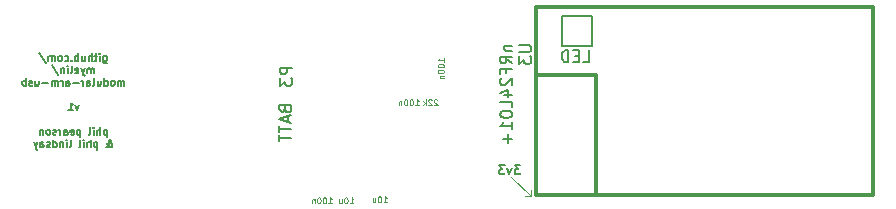
<source format=gbo>
G04 #@! TF.FileFunction,Legend,Bot*
%FSLAX46Y46*%
G04 Gerber Fmt 4.6, Leading zero omitted, Abs format (unit mm)*
G04 Created by KiCad (PCBNEW (2015-01-02 BZR 5348)-product) date 1/14/2015 2:26:51 AM*
%MOMM*%
G01*
G04 APERTURE LIST*
%ADD10C,0.150000*%
%ADD11C,0.152400*%
%ADD12C,0.100000*%
%ADD13C,0.304800*%
%ADD14C,0.109220*%
%ADD15C,0.203200*%
G04 APERTURE END LIST*
D10*
D11*
X117438042Y-97301414D02*
X116966328Y-97301414D01*
X117220328Y-97591700D01*
X117111470Y-97591700D01*
X117038899Y-97627986D01*
X117002613Y-97664271D01*
X116966328Y-97736843D01*
X116966328Y-97918271D01*
X117002613Y-97990843D01*
X117038899Y-98027129D01*
X117111470Y-98063414D01*
X117329185Y-98063414D01*
X117401756Y-98027129D01*
X117438042Y-97990843D01*
X116712328Y-97555414D02*
X116530899Y-98063414D01*
X116349471Y-97555414D01*
X116131757Y-97301414D02*
X115660043Y-97301414D01*
X115914043Y-97591700D01*
X115805185Y-97591700D01*
X115732614Y-97627986D01*
X115696328Y-97664271D01*
X115660043Y-97736843D01*
X115660043Y-97918271D01*
X115696328Y-97990843D01*
X115732614Y-98027129D01*
X115805185Y-98063414D01*
X116022900Y-98063414D01*
X116095471Y-98027129D01*
X116131757Y-97990843D01*
D12*
X118359700Y-99941200D02*
X117877100Y-99941200D01*
X118359700Y-99357000D02*
X118359700Y-99941200D01*
X116670600Y-98252100D02*
X118359700Y-99941200D01*
D11*
X82149582Y-88044929D02*
X82149582Y-88558976D01*
X82179820Y-88619452D01*
X82210058Y-88649690D01*
X82270534Y-88679929D01*
X82361248Y-88679929D01*
X82421725Y-88649690D01*
X82149582Y-88438024D02*
X82210058Y-88468262D01*
X82331010Y-88468262D01*
X82391486Y-88438024D01*
X82421725Y-88407786D01*
X82451963Y-88347310D01*
X82451963Y-88165881D01*
X82421725Y-88105405D01*
X82391486Y-88075167D01*
X82331010Y-88044929D01*
X82210058Y-88044929D01*
X82149582Y-88075167D01*
X81847201Y-88468262D02*
X81847201Y-88044929D01*
X81847201Y-87833262D02*
X81877439Y-87863500D01*
X81847201Y-87893738D01*
X81816962Y-87863500D01*
X81847201Y-87833262D01*
X81847201Y-87893738D01*
X81635534Y-88044929D02*
X81393629Y-88044929D01*
X81544820Y-87833262D02*
X81544820Y-88377548D01*
X81514581Y-88438024D01*
X81454105Y-88468262D01*
X81393629Y-88468262D01*
X81181963Y-88468262D02*
X81181963Y-87833262D01*
X80909820Y-88468262D02*
X80909820Y-88135643D01*
X80940058Y-88075167D01*
X81000534Y-88044929D01*
X81091248Y-88044929D01*
X81151724Y-88075167D01*
X81181963Y-88105405D01*
X80335296Y-88044929D02*
X80335296Y-88468262D01*
X80607439Y-88044929D02*
X80607439Y-88377548D01*
X80577200Y-88438024D01*
X80516724Y-88468262D01*
X80426010Y-88468262D01*
X80365534Y-88438024D01*
X80335296Y-88407786D01*
X80032915Y-88468262D02*
X80032915Y-87833262D01*
X80032915Y-88075167D02*
X79972438Y-88044929D01*
X79851486Y-88044929D01*
X79791010Y-88075167D01*
X79760772Y-88105405D01*
X79730534Y-88165881D01*
X79730534Y-88347310D01*
X79760772Y-88407786D01*
X79791010Y-88438024D01*
X79851486Y-88468262D01*
X79972438Y-88468262D01*
X80032915Y-88438024D01*
X79458391Y-88407786D02*
X79428152Y-88438024D01*
X79458391Y-88468262D01*
X79488629Y-88438024D01*
X79458391Y-88407786D01*
X79458391Y-88468262D01*
X78883867Y-88438024D02*
X78944343Y-88468262D01*
X79065295Y-88468262D01*
X79125771Y-88438024D01*
X79156010Y-88407786D01*
X79186248Y-88347310D01*
X79186248Y-88165881D01*
X79156010Y-88105405D01*
X79125771Y-88075167D01*
X79065295Y-88044929D01*
X78944343Y-88044929D01*
X78883867Y-88075167D01*
X78521009Y-88468262D02*
X78581485Y-88438024D01*
X78611724Y-88407786D01*
X78641962Y-88347310D01*
X78641962Y-88165881D01*
X78611724Y-88105405D01*
X78581485Y-88075167D01*
X78521009Y-88044929D01*
X78430295Y-88044929D01*
X78369819Y-88075167D01*
X78339581Y-88105405D01*
X78309343Y-88165881D01*
X78309343Y-88347310D01*
X78339581Y-88407786D01*
X78369819Y-88438024D01*
X78430295Y-88468262D01*
X78521009Y-88468262D01*
X78037200Y-88468262D02*
X78037200Y-88044929D01*
X78037200Y-88105405D02*
X78006961Y-88075167D01*
X77946485Y-88044929D01*
X77855771Y-88044929D01*
X77795295Y-88075167D01*
X77765057Y-88135643D01*
X77765057Y-88468262D01*
X77765057Y-88135643D02*
X77734819Y-88075167D01*
X77674342Y-88044929D01*
X77583628Y-88044929D01*
X77523152Y-88075167D01*
X77492914Y-88135643D01*
X77492914Y-88468262D01*
X76736961Y-87803024D02*
X77281247Y-88619452D01*
X81348272Y-89509662D02*
X81348272Y-89086329D01*
X81348272Y-89146805D02*
X81318033Y-89116567D01*
X81257557Y-89086329D01*
X81166843Y-89086329D01*
X81106367Y-89116567D01*
X81076129Y-89177043D01*
X81076129Y-89509662D01*
X81076129Y-89177043D02*
X81045891Y-89116567D01*
X80985414Y-89086329D01*
X80894700Y-89086329D01*
X80834224Y-89116567D01*
X80803986Y-89177043D01*
X80803986Y-89509662D01*
X80562081Y-89086329D02*
X80410890Y-89509662D01*
X80259700Y-89086329D02*
X80410890Y-89509662D01*
X80471366Y-89660852D01*
X80501605Y-89691090D01*
X80562081Y-89721329D01*
X79775890Y-89479424D02*
X79836366Y-89509662D01*
X79957318Y-89509662D01*
X80017795Y-89479424D01*
X80048033Y-89418948D01*
X80048033Y-89177043D01*
X80017795Y-89116567D01*
X79957318Y-89086329D01*
X79836366Y-89086329D01*
X79775890Y-89116567D01*
X79745652Y-89177043D01*
X79745652Y-89237519D01*
X80048033Y-89297995D01*
X79382794Y-89509662D02*
X79443270Y-89479424D01*
X79473509Y-89418948D01*
X79473509Y-88874662D01*
X79140890Y-89509662D02*
X79140890Y-89086329D01*
X79140890Y-88874662D02*
X79171128Y-88904900D01*
X79140890Y-88935138D01*
X79110651Y-88904900D01*
X79140890Y-88874662D01*
X79140890Y-88935138D01*
X78838509Y-89086329D02*
X78838509Y-89509662D01*
X78838509Y-89146805D02*
X78808270Y-89116567D01*
X78747794Y-89086329D01*
X78657080Y-89086329D01*
X78596604Y-89116567D01*
X78566366Y-89177043D01*
X78566366Y-89509662D01*
X77810413Y-88844424D02*
X78354699Y-89660852D01*
X83933629Y-90551062D02*
X83933629Y-90127729D01*
X83933629Y-90188205D02*
X83903390Y-90157967D01*
X83842914Y-90127729D01*
X83752200Y-90127729D01*
X83691724Y-90157967D01*
X83661486Y-90218443D01*
X83661486Y-90551062D01*
X83661486Y-90218443D02*
X83631248Y-90157967D01*
X83570771Y-90127729D01*
X83480057Y-90127729D01*
X83419581Y-90157967D01*
X83389343Y-90218443D01*
X83389343Y-90551062D01*
X82996247Y-90551062D02*
X83056723Y-90520824D01*
X83086962Y-90490586D01*
X83117200Y-90430110D01*
X83117200Y-90248681D01*
X83086962Y-90188205D01*
X83056723Y-90157967D01*
X82996247Y-90127729D01*
X82905533Y-90127729D01*
X82845057Y-90157967D01*
X82814819Y-90188205D01*
X82784581Y-90248681D01*
X82784581Y-90430110D01*
X82814819Y-90490586D01*
X82845057Y-90520824D01*
X82905533Y-90551062D01*
X82996247Y-90551062D01*
X82240295Y-90551062D02*
X82240295Y-89916062D01*
X82240295Y-90520824D02*
X82300771Y-90551062D01*
X82421723Y-90551062D01*
X82482199Y-90520824D01*
X82512438Y-90490586D01*
X82542676Y-90430110D01*
X82542676Y-90248681D01*
X82512438Y-90188205D01*
X82482199Y-90157967D01*
X82421723Y-90127729D01*
X82300771Y-90127729D01*
X82240295Y-90157967D01*
X81665771Y-90127729D02*
X81665771Y-90551062D01*
X81937914Y-90127729D02*
X81937914Y-90460348D01*
X81907675Y-90520824D01*
X81847199Y-90551062D01*
X81756485Y-90551062D01*
X81696009Y-90520824D01*
X81665771Y-90490586D01*
X81272675Y-90551062D02*
X81333151Y-90520824D01*
X81363390Y-90460348D01*
X81363390Y-89916062D01*
X80758628Y-90551062D02*
X80758628Y-90218443D01*
X80788866Y-90157967D01*
X80849342Y-90127729D01*
X80970294Y-90127729D01*
X81030771Y-90157967D01*
X80758628Y-90520824D02*
X80819104Y-90551062D01*
X80970294Y-90551062D01*
X81030771Y-90520824D01*
X81061009Y-90460348D01*
X81061009Y-90399871D01*
X81030771Y-90339395D01*
X80970294Y-90309157D01*
X80819104Y-90309157D01*
X80758628Y-90278919D01*
X80456247Y-90551062D02*
X80456247Y-90127729D01*
X80456247Y-90248681D02*
X80426008Y-90188205D01*
X80395770Y-90157967D01*
X80335294Y-90127729D01*
X80274818Y-90127729D01*
X80063152Y-90309157D02*
X79579342Y-90309157D01*
X79004819Y-90551062D02*
X79004819Y-90218443D01*
X79035057Y-90157967D01*
X79095533Y-90127729D01*
X79216485Y-90127729D01*
X79276962Y-90157967D01*
X79004819Y-90520824D02*
X79065295Y-90551062D01*
X79216485Y-90551062D01*
X79276962Y-90520824D01*
X79307200Y-90460348D01*
X79307200Y-90399871D01*
X79276962Y-90339395D01*
X79216485Y-90309157D01*
X79065295Y-90309157D01*
X79004819Y-90278919D01*
X78702438Y-90551062D02*
X78702438Y-90127729D01*
X78702438Y-90248681D02*
X78672199Y-90188205D01*
X78641961Y-90157967D01*
X78581485Y-90127729D01*
X78521009Y-90127729D01*
X78309343Y-90551062D02*
X78309343Y-90127729D01*
X78309343Y-90188205D02*
X78279104Y-90157967D01*
X78218628Y-90127729D01*
X78127914Y-90127729D01*
X78067438Y-90157967D01*
X78037200Y-90218443D01*
X78037200Y-90551062D01*
X78037200Y-90218443D02*
X78006962Y-90157967D01*
X77946485Y-90127729D01*
X77855771Y-90127729D01*
X77795295Y-90157967D01*
X77765057Y-90218443D01*
X77765057Y-90551062D01*
X77462676Y-90309157D02*
X76978866Y-90309157D01*
X76404343Y-90127729D02*
X76404343Y-90551062D01*
X76676486Y-90127729D02*
X76676486Y-90460348D01*
X76646247Y-90520824D01*
X76585771Y-90551062D01*
X76495057Y-90551062D01*
X76434581Y-90520824D01*
X76404343Y-90490586D01*
X76132200Y-90520824D02*
X76071723Y-90551062D01*
X75950771Y-90551062D01*
X75890295Y-90520824D01*
X75860057Y-90460348D01*
X75860057Y-90430110D01*
X75890295Y-90369633D01*
X75950771Y-90339395D01*
X76041485Y-90339395D01*
X76101962Y-90309157D01*
X76132200Y-90248681D01*
X76132200Y-90218443D01*
X76101962Y-90157967D01*
X76041485Y-90127729D01*
X75950771Y-90127729D01*
X75890295Y-90157967D01*
X75587914Y-90551062D02*
X75587914Y-89916062D01*
X75587914Y-90157967D02*
X75527437Y-90127729D01*
X75406485Y-90127729D01*
X75346009Y-90157967D01*
X75315771Y-90188205D01*
X75285533Y-90248681D01*
X75285533Y-90430110D01*
X75315771Y-90490586D01*
X75346009Y-90520824D01*
X75406485Y-90551062D01*
X75527437Y-90551062D01*
X75587914Y-90520824D01*
X80078272Y-92210529D02*
X79927081Y-92633862D01*
X79775891Y-92210529D01*
X79201366Y-92633862D02*
X79564224Y-92633862D01*
X79382795Y-92633862D02*
X79382795Y-91998862D01*
X79443271Y-92089576D01*
X79503747Y-92150052D01*
X79564224Y-92180290D01*
X82482201Y-94293329D02*
X82482201Y-94928329D01*
X82482201Y-94323567D02*
X82421724Y-94293329D01*
X82300772Y-94293329D01*
X82240296Y-94323567D01*
X82210058Y-94353805D01*
X82179820Y-94414281D01*
X82179820Y-94595710D01*
X82210058Y-94656186D01*
X82240296Y-94686424D01*
X82300772Y-94716662D01*
X82421724Y-94716662D01*
X82482201Y-94686424D01*
X81907677Y-94716662D02*
X81907677Y-94081662D01*
X81635534Y-94716662D02*
X81635534Y-94384043D01*
X81665772Y-94323567D01*
X81726248Y-94293329D01*
X81816962Y-94293329D01*
X81877438Y-94323567D01*
X81907677Y-94353805D01*
X81333153Y-94716662D02*
X81333153Y-94293329D01*
X81333153Y-94081662D02*
X81363391Y-94111900D01*
X81333153Y-94142138D01*
X81302914Y-94111900D01*
X81333153Y-94081662D01*
X81333153Y-94142138D01*
X80940057Y-94716662D02*
X81000533Y-94686424D01*
X81030772Y-94625948D01*
X81030772Y-94081662D01*
X80214343Y-94293329D02*
X80214343Y-94928329D01*
X80214343Y-94323567D02*
X80153866Y-94293329D01*
X80032914Y-94293329D01*
X79972438Y-94323567D01*
X79942200Y-94353805D01*
X79911962Y-94414281D01*
X79911962Y-94595710D01*
X79942200Y-94656186D01*
X79972438Y-94686424D01*
X80032914Y-94716662D01*
X80153866Y-94716662D01*
X80214343Y-94686424D01*
X79397914Y-94686424D02*
X79458390Y-94716662D01*
X79579342Y-94716662D01*
X79639819Y-94686424D01*
X79670057Y-94625948D01*
X79670057Y-94384043D01*
X79639819Y-94323567D01*
X79579342Y-94293329D01*
X79458390Y-94293329D01*
X79397914Y-94323567D01*
X79367676Y-94384043D01*
X79367676Y-94444519D01*
X79670057Y-94504995D01*
X78823390Y-94716662D02*
X78823390Y-94384043D01*
X78853628Y-94323567D01*
X78914104Y-94293329D01*
X79035056Y-94293329D01*
X79095533Y-94323567D01*
X78823390Y-94686424D02*
X78883866Y-94716662D01*
X79035056Y-94716662D01*
X79095533Y-94686424D01*
X79125771Y-94625948D01*
X79125771Y-94565471D01*
X79095533Y-94504995D01*
X79035056Y-94474757D01*
X78883866Y-94474757D01*
X78823390Y-94444519D01*
X78521009Y-94716662D02*
X78521009Y-94293329D01*
X78521009Y-94414281D02*
X78490770Y-94353805D01*
X78460532Y-94323567D01*
X78400056Y-94293329D01*
X78339580Y-94293329D01*
X78158152Y-94686424D02*
X78097675Y-94716662D01*
X77976723Y-94716662D01*
X77916247Y-94686424D01*
X77886009Y-94625948D01*
X77886009Y-94595710D01*
X77916247Y-94535233D01*
X77976723Y-94504995D01*
X78067437Y-94504995D01*
X78127914Y-94474757D01*
X78158152Y-94414281D01*
X78158152Y-94384043D01*
X78127914Y-94323567D01*
X78067437Y-94293329D01*
X77976723Y-94293329D01*
X77916247Y-94323567D01*
X77523151Y-94716662D02*
X77583627Y-94686424D01*
X77613866Y-94656186D01*
X77644104Y-94595710D01*
X77644104Y-94414281D01*
X77613866Y-94353805D01*
X77583627Y-94323567D01*
X77523151Y-94293329D01*
X77432437Y-94293329D01*
X77371961Y-94323567D01*
X77341723Y-94353805D01*
X77311485Y-94414281D01*
X77311485Y-94595710D01*
X77341723Y-94656186D01*
X77371961Y-94686424D01*
X77432437Y-94716662D01*
X77523151Y-94716662D01*
X77039342Y-94293329D02*
X77039342Y-94716662D01*
X77039342Y-94353805D02*
X77009103Y-94323567D01*
X76948627Y-94293329D01*
X76857913Y-94293329D01*
X76797437Y-94323567D01*
X76767199Y-94384043D01*
X76767199Y-94716662D01*
X82406606Y-95758062D02*
X82436844Y-95758062D01*
X82497320Y-95727824D01*
X82588034Y-95637110D01*
X82739225Y-95455681D01*
X82799701Y-95364967D01*
X82829939Y-95274252D01*
X82829939Y-95213776D01*
X82799701Y-95153300D01*
X82739225Y-95123062D01*
X82708987Y-95123062D01*
X82648511Y-95153300D01*
X82618273Y-95213776D01*
X82618273Y-95244014D01*
X82648511Y-95304490D01*
X82678749Y-95334729D01*
X82860177Y-95455681D01*
X82890415Y-95485919D01*
X82920654Y-95546395D01*
X82920654Y-95637110D01*
X82890415Y-95697586D01*
X82860177Y-95727824D01*
X82799701Y-95758062D01*
X82708987Y-95758062D01*
X82648511Y-95727824D01*
X82618273Y-95697586D01*
X82527558Y-95576633D01*
X82497320Y-95485919D01*
X82497320Y-95425443D01*
X81650654Y-95334729D02*
X81650654Y-95969729D01*
X81650654Y-95364967D02*
X81590177Y-95334729D01*
X81469225Y-95334729D01*
X81408749Y-95364967D01*
X81378511Y-95395205D01*
X81348273Y-95455681D01*
X81348273Y-95637110D01*
X81378511Y-95697586D01*
X81408749Y-95727824D01*
X81469225Y-95758062D01*
X81590177Y-95758062D01*
X81650654Y-95727824D01*
X81076130Y-95758062D02*
X81076130Y-95123062D01*
X80803987Y-95758062D02*
X80803987Y-95425443D01*
X80834225Y-95364967D01*
X80894701Y-95334729D01*
X80985415Y-95334729D01*
X81045891Y-95364967D01*
X81076130Y-95395205D01*
X80501606Y-95758062D02*
X80501606Y-95334729D01*
X80501606Y-95123062D02*
X80531844Y-95153300D01*
X80501606Y-95183538D01*
X80471367Y-95153300D01*
X80501606Y-95123062D01*
X80501606Y-95183538D01*
X80108510Y-95758062D02*
X80168986Y-95727824D01*
X80199225Y-95667348D01*
X80199225Y-95123062D01*
X79292081Y-95758062D02*
X79352557Y-95727824D01*
X79382796Y-95667348D01*
X79382796Y-95123062D01*
X79050177Y-95758062D02*
X79050177Y-95334729D01*
X79050177Y-95123062D02*
X79080415Y-95153300D01*
X79050177Y-95183538D01*
X79019938Y-95153300D01*
X79050177Y-95123062D01*
X79050177Y-95183538D01*
X78747796Y-95334729D02*
X78747796Y-95758062D01*
X78747796Y-95395205D02*
X78717557Y-95364967D01*
X78657081Y-95334729D01*
X78566367Y-95334729D01*
X78505891Y-95364967D01*
X78475653Y-95425443D01*
X78475653Y-95758062D01*
X77901129Y-95758062D02*
X77901129Y-95123062D01*
X77901129Y-95727824D02*
X77961605Y-95758062D01*
X78082557Y-95758062D01*
X78143033Y-95727824D01*
X78173272Y-95697586D01*
X78203510Y-95637110D01*
X78203510Y-95455681D01*
X78173272Y-95395205D01*
X78143033Y-95364967D01*
X78082557Y-95334729D01*
X77961605Y-95334729D01*
X77901129Y-95364967D01*
X77628986Y-95727824D02*
X77568509Y-95758062D01*
X77447557Y-95758062D01*
X77387081Y-95727824D01*
X77356843Y-95667348D01*
X77356843Y-95637110D01*
X77387081Y-95576633D01*
X77447557Y-95546395D01*
X77538271Y-95546395D01*
X77598748Y-95516157D01*
X77628986Y-95455681D01*
X77628986Y-95425443D01*
X77598748Y-95364967D01*
X77538271Y-95334729D01*
X77447557Y-95334729D01*
X77387081Y-95364967D01*
X76812557Y-95758062D02*
X76812557Y-95425443D01*
X76842795Y-95364967D01*
X76903271Y-95334729D01*
X77024223Y-95334729D01*
X77084700Y-95364967D01*
X76812557Y-95727824D02*
X76873033Y-95758062D01*
X77024223Y-95758062D01*
X77084700Y-95727824D01*
X77114938Y-95667348D01*
X77114938Y-95606871D01*
X77084700Y-95546395D01*
X77024223Y-95516157D01*
X76873033Y-95516157D01*
X76812557Y-95485919D01*
X76570652Y-95334729D02*
X76419461Y-95758062D01*
X76268271Y-95334729D02*
X76419461Y-95758062D01*
X76479937Y-95909252D01*
X76510176Y-95939490D01*
X76570652Y-95969729D01*
D13*
X118760000Y-89620000D02*
X118760000Y-83905000D01*
X118760000Y-83905000D02*
X147335000Y-83905000D01*
X147335000Y-83905000D02*
X147335000Y-99780000D01*
X147335000Y-99780000D02*
X123840000Y-99780000D01*
X123840000Y-99780000D02*
X123840000Y-89620000D01*
X123840000Y-89620000D02*
X118760000Y-89620000D01*
X118760000Y-89620000D02*
X118760000Y-99780000D01*
X118760000Y-99780000D02*
X123840000Y-99780000D01*
D10*
X121014000Y-87165000D02*
X121014000Y-84625000D01*
X121014000Y-84625000D02*
X123554000Y-84625000D01*
X123554000Y-84625000D02*
X123554000Y-87165000D01*
X123554000Y-87165000D02*
X121014000Y-87165000D01*
D14*
X101209948Y-100526362D02*
X101495880Y-100526362D01*
X101352914Y-100526362D02*
X101352914Y-100025982D01*
X101400569Y-100097465D01*
X101448224Y-100145120D01*
X101495880Y-100168948D01*
X100900189Y-100025982D02*
X100852534Y-100025982D01*
X100804879Y-100049810D01*
X100781051Y-100073638D01*
X100757224Y-100121293D01*
X100733396Y-100216603D01*
X100733396Y-100335741D01*
X100757224Y-100431052D01*
X100781051Y-100478707D01*
X100804879Y-100502535D01*
X100852534Y-100526362D01*
X100900189Y-100526362D01*
X100947845Y-100502535D01*
X100971672Y-100478707D01*
X100995500Y-100431052D01*
X101019328Y-100335741D01*
X101019328Y-100216603D01*
X100995500Y-100121293D01*
X100971672Y-100073638D01*
X100947845Y-100049810D01*
X100900189Y-100025982D01*
X100423637Y-100025982D02*
X100375982Y-100025982D01*
X100328327Y-100049810D01*
X100304499Y-100073638D01*
X100280672Y-100121293D01*
X100256844Y-100216603D01*
X100256844Y-100335741D01*
X100280672Y-100431052D01*
X100304499Y-100478707D01*
X100328327Y-100502535D01*
X100375982Y-100526362D01*
X100423637Y-100526362D01*
X100471293Y-100502535D01*
X100495120Y-100478707D01*
X100518948Y-100431052D01*
X100542776Y-100335741D01*
X100542776Y-100216603D01*
X100518948Y-100121293D01*
X100495120Y-100073638D01*
X100471293Y-100049810D01*
X100423637Y-100025982D01*
X100042396Y-100192776D02*
X100042396Y-100526362D01*
X100042396Y-100240431D02*
X100018568Y-100216603D01*
X99970913Y-100192776D01*
X99899430Y-100192776D01*
X99851775Y-100216603D01*
X99827947Y-100264259D01*
X99827947Y-100526362D01*
X108559948Y-92226362D02*
X108845880Y-92226362D01*
X108702914Y-92226362D02*
X108702914Y-91725982D01*
X108750569Y-91797465D01*
X108798224Y-91845120D01*
X108845880Y-91868948D01*
X108250189Y-91725982D02*
X108202534Y-91725982D01*
X108154879Y-91749810D01*
X108131051Y-91773638D01*
X108107224Y-91821293D01*
X108083396Y-91916603D01*
X108083396Y-92035741D01*
X108107224Y-92131052D01*
X108131051Y-92178707D01*
X108154879Y-92202535D01*
X108202534Y-92226362D01*
X108250189Y-92226362D01*
X108297845Y-92202535D01*
X108321672Y-92178707D01*
X108345500Y-92131052D01*
X108369328Y-92035741D01*
X108369328Y-91916603D01*
X108345500Y-91821293D01*
X108321672Y-91773638D01*
X108297845Y-91749810D01*
X108250189Y-91725982D01*
X107773637Y-91725982D02*
X107725982Y-91725982D01*
X107678327Y-91749810D01*
X107654499Y-91773638D01*
X107630672Y-91821293D01*
X107606844Y-91916603D01*
X107606844Y-92035741D01*
X107630672Y-92131052D01*
X107654499Y-92178707D01*
X107678327Y-92202535D01*
X107725982Y-92226362D01*
X107773637Y-92226362D01*
X107821293Y-92202535D01*
X107845120Y-92178707D01*
X107868948Y-92131052D01*
X107892776Y-92035741D01*
X107892776Y-91916603D01*
X107868948Y-91821293D01*
X107845120Y-91773638D01*
X107821293Y-91749810D01*
X107773637Y-91725982D01*
X107392396Y-91892776D02*
X107392396Y-92226362D01*
X107392396Y-91940431D02*
X107368568Y-91916603D01*
X107320913Y-91892776D01*
X107249430Y-91892776D01*
X107201775Y-91916603D01*
X107177947Y-91964259D01*
X107177947Y-92226362D01*
X110976362Y-88540052D02*
X110976362Y-88254120D01*
X110976362Y-88397086D02*
X110475982Y-88397086D01*
X110547465Y-88349431D01*
X110595120Y-88301776D01*
X110618948Y-88254120D01*
X110475982Y-88849811D02*
X110475982Y-88897466D01*
X110499810Y-88945121D01*
X110523638Y-88968949D01*
X110571293Y-88992776D01*
X110666603Y-89016604D01*
X110785741Y-89016604D01*
X110881052Y-88992776D01*
X110928707Y-88968949D01*
X110952535Y-88945121D01*
X110976362Y-88897466D01*
X110976362Y-88849811D01*
X110952535Y-88802155D01*
X110928707Y-88778328D01*
X110881052Y-88754500D01*
X110785741Y-88730672D01*
X110666603Y-88730672D01*
X110571293Y-88754500D01*
X110523638Y-88778328D01*
X110499810Y-88802155D01*
X110475982Y-88849811D01*
X110475982Y-89326363D02*
X110475982Y-89374018D01*
X110499810Y-89421673D01*
X110523638Y-89445501D01*
X110571293Y-89469328D01*
X110666603Y-89493156D01*
X110785741Y-89493156D01*
X110881052Y-89469328D01*
X110928707Y-89445501D01*
X110952535Y-89421673D01*
X110976362Y-89374018D01*
X110976362Y-89326363D01*
X110952535Y-89278707D01*
X110928707Y-89254880D01*
X110881052Y-89231052D01*
X110785741Y-89207224D01*
X110666603Y-89207224D01*
X110571293Y-89231052D01*
X110523638Y-89254880D01*
X110499810Y-89278707D01*
X110475982Y-89326363D01*
X110642776Y-89707604D02*
X110976362Y-89707604D01*
X110690431Y-89707604D02*
X110666603Y-89731432D01*
X110642776Y-89779087D01*
X110642776Y-89850570D01*
X110666603Y-89898225D01*
X110714259Y-89922053D01*
X110976362Y-89922053D01*
X103021672Y-100526362D02*
X103307604Y-100526362D01*
X103164638Y-100526362D02*
X103164638Y-100025982D01*
X103212293Y-100097465D01*
X103259948Y-100145120D01*
X103307604Y-100168948D01*
X102711913Y-100025982D02*
X102664258Y-100025982D01*
X102616603Y-100049810D01*
X102592775Y-100073638D01*
X102568948Y-100121293D01*
X102545120Y-100216603D01*
X102545120Y-100335741D01*
X102568948Y-100431052D01*
X102592775Y-100478707D01*
X102616603Y-100502535D01*
X102664258Y-100526362D01*
X102711913Y-100526362D01*
X102759569Y-100502535D01*
X102783396Y-100478707D01*
X102807224Y-100431052D01*
X102831052Y-100335741D01*
X102831052Y-100216603D01*
X102807224Y-100121293D01*
X102783396Y-100073638D01*
X102759569Y-100049810D01*
X102711913Y-100025982D01*
X102116223Y-100192776D02*
X102116223Y-100526362D01*
X102330672Y-100192776D02*
X102330672Y-100454880D01*
X102306844Y-100502535D01*
X102259189Y-100526362D01*
X102187706Y-100526362D01*
X102140051Y-100502535D01*
X102116223Y-100478707D01*
X105871672Y-100426362D02*
X106157604Y-100426362D01*
X106014638Y-100426362D02*
X106014638Y-99925982D01*
X106062293Y-99997465D01*
X106109948Y-100045120D01*
X106157604Y-100068948D01*
X105561913Y-99925982D02*
X105514258Y-99925982D01*
X105466603Y-99949810D01*
X105442775Y-99973638D01*
X105418948Y-100021293D01*
X105395120Y-100116603D01*
X105395120Y-100235741D01*
X105418948Y-100331052D01*
X105442775Y-100378707D01*
X105466603Y-100402535D01*
X105514258Y-100426362D01*
X105561913Y-100426362D01*
X105609569Y-100402535D01*
X105633396Y-100378707D01*
X105657224Y-100331052D01*
X105681052Y-100235741D01*
X105681052Y-100116603D01*
X105657224Y-100021293D01*
X105633396Y-99973638D01*
X105609569Y-99949810D01*
X105561913Y-99925982D01*
X104966223Y-100092776D02*
X104966223Y-100426362D01*
X105180672Y-100092776D02*
X105180672Y-100354880D01*
X105156844Y-100402535D01*
X105109189Y-100426362D01*
X105037706Y-100426362D01*
X104990051Y-100402535D01*
X104966223Y-100378707D01*
D10*
X98136481Y-89030405D02*
X97136481Y-89030405D01*
X97136481Y-89411358D01*
X97184100Y-89506596D01*
X97231719Y-89554215D01*
X97326957Y-89601834D01*
X97469814Y-89601834D01*
X97565052Y-89554215D01*
X97612671Y-89506596D01*
X97660290Y-89411358D01*
X97660290Y-89030405D01*
X97136481Y-89935167D02*
X97136481Y-90554215D01*
X97517433Y-90220881D01*
X97517433Y-90363739D01*
X97565052Y-90458977D01*
X97612671Y-90506596D01*
X97707910Y-90554215D01*
X97946005Y-90554215D01*
X98041243Y-90506596D01*
X98088862Y-90458977D01*
X98136481Y-90363739D01*
X98136481Y-90078024D01*
X98088862Y-89982786D01*
X98041243Y-89935167D01*
X97536471Y-92561053D02*
X97584090Y-92703910D01*
X97631710Y-92751529D01*
X97726948Y-92799148D01*
X97869805Y-92799148D01*
X97965043Y-92751529D01*
X98012662Y-92703910D01*
X98060281Y-92608672D01*
X98060281Y-92227719D01*
X97060281Y-92227719D01*
X97060281Y-92561053D01*
X97107900Y-92656291D01*
X97155519Y-92703910D01*
X97250757Y-92751529D01*
X97345995Y-92751529D01*
X97441233Y-92703910D01*
X97488852Y-92656291D01*
X97536471Y-92561053D01*
X97536471Y-92227719D01*
X97774567Y-93180100D02*
X97774567Y-93656291D01*
X98060281Y-93084862D02*
X97060281Y-93418195D01*
X98060281Y-93751529D01*
X97060281Y-93942005D02*
X97060281Y-94513434D01*
X98060281Y-94227719D02*
X97060281Y-94227719D01*
X97060281Y-94703910D02*
X97060281Y-95275339D01*
X98060281Y-94989624D02*
X97060281Y-94989624D01*
D14*
X110421777Y-91764638D02*
X110397949Y-91740810D01*
X110350294Y-91716982D01*
X110231156Y-91716982D01*
X110183500Y-91740810D01*
X110159673Y-91764638D01*
X110135845Y-91812293D01*
X110135845Y-91859948D01*
X110159673Y-91931431D01*
X110445604Y-92217362D01*
X110135845Y-92217362D01*
X109945225Y-91764638D02*
X109921397Y-91740810D01*
X109873742Y-91716982D01*
X109754604Y-91716982D01*
X109706948Y-91740810D01*
X109683121Y-91764638D01*
X109659293Y-91812293D01*
X109659293Y-91859948D01*
X109683121Y-91931431D01*
X109969052Y-92217362D01*
X109659293Y-92217362D01*
X109444845Y-92217362D02*
X109444845Y-91716982D01*
X109397190Y-92026741D02*
X109254224Y-92217362D01*
X109254224Y-91883776D02*
X109444845Y-92074397D01*
D15*
X117371519Y-87114805D02*
X118193995Y-87114805D01*
X118290757Y-87163186D01*
X118339138Y-87211567D01*
X118387519Y-87308329D01*
X118387519Y-87501852D01*
X118339138Y-87598614D01*
X118290757Y-87646995D01*
X118193995Y-87695376D01*
X117371519Y-87695376D01*
X117371519Y-88082424D02*
X117371519Y-88711376D01*
X117758567Y-88372710D01*
X117758567Y-88517852D01*
X117806948Y-88614614D01*
X117855329Y-88662995D01*
X117952090Y-88711376D01*
X118193995Y-88711376D01*
X118290757Y-88662995D01*
X118339138Y-88614614D01*
X118387519Y-88517852D01*
X118387519Y-88227567D01*
X118339138Y-88130805D01*
X118290757Y-88082424D01*
X116084586Y-87181329D02*
X116761919Y-87181329D01*
X116181348Y-87181329D02*
X116132967Y-87229710D01*
X116084586Y-87326472D01*
X116084586Y-87471614D01*
X116132967Y-87568376D01*
X116229729Y-87616757D01*
X116761919Y-87616757D01*
X116761919Y-88681138D02*
X116278110Y-88342472D01*
X116761919Y-88100567D02*
X115745919Y-88100567D01*
X115745919Y-88487614D01*
X115794300Y-88584376D01*
X115842681Y-88632757D01*
X115939443Y-88681138D01*
X116084586Y-88681138D01*
X116181348Y-88632757D01*
X116229729Y-88584376D01*
X116278110Y-88487614D01*
X116278110Y-88100567D01*
X116229729Y-89455233D02*
X116229729Y-89116567D01*
X116761919Y-89116567D02*
X115745919Y-89116567D01*
X115745919Y-89600376D01*
X115842681Y-89939043D02*
X115794300Y-89987424D01*
X115745919Y-90084186D01*
X115745919Y-90326090D01*
X115794300Y-90422852D01*
X115842681Y-90471233D01*
X115939443Y-90519614D01*
X116036205Y-90519614D01*
X116181348Y-90471233D01*
X116761919Y-89890662D01*
X116761919Y-90519614D01*
X116084586Y-91390471D02*
X116761919Y-91390471D01*
X115697538Y-91148567D02*
X116423252Y-90906662D01*
X116423252Y-91535614D01*
X116761919Y-92406471D02*
X116761919Y-91922662D01*
X115745919Y-91922662D01*
X115745919Y-92938662D02*
X115745919Y-93035423D01*
X115794300Y-93132185D01*
X115842681Y-93180566D01*
X115939443Y-93228947D01*
X116132967Y-93277328D01*
X116374871Y-93277328D01*
X116568395Y-93228947D01*
X116665157Y-93180566D01*
X116713538Y-93132185D01*
X116761919Y-93035423D01*
X116761919Y-92938662D01*
X116713538Y-92841900D01*
X116665157Y-92793519D01*
X116568395Y-92745138D01*
X116374871Y-92696757D01*
X116132967Y-92696757D01*
X115939443Y-92745138D01*
X115842681Y-92793519D01*
X115794300Y-92841900D01*
X115745919Y-92938662D01*
X116761919Y-94244947D02*
X116761919Y-93664376D01*
X116761919Y-93954662D02*
X115745919Y-93954662D01*
X115891062Y-93857900D01*
X115987824Y-93761138D01*
X116036205Y-93664376D01*
X116374871Y-94680376D02*
X116374871Y-95454471D01*
X116761919Y-95067423D02*
X115987824Y-95067423D01*
D10*
X122761757Y-88569881D02*
X123237948Y-88569881D01*
X123237948Y-87569881D01*
X122428424Y-88046071D02*
X122095090Y-88046071D01*
X121952233Y-88569881D02*
X122428424Y-88569881D01*
X122428424Y-87569881D01*
X121952233Y-87569881D01*
X121523662Y-88569881D02*
X121523662Y-87569881D01*
X121285567Y-87569881D01*
X121142709Y-87617500D01*
X121047471Y-87712738D01*
X120999852Y-87807976D01*
X120952233Y-87998452D01*
X120952233Y-88141310D01*
X120999852Y-88331786D01*
X121047471Y-88427024D01*
X121142709Y-88522262D01*
X121285567Y-88569881D01*
X121523662Y-88569881D01*
M02*

</source>
